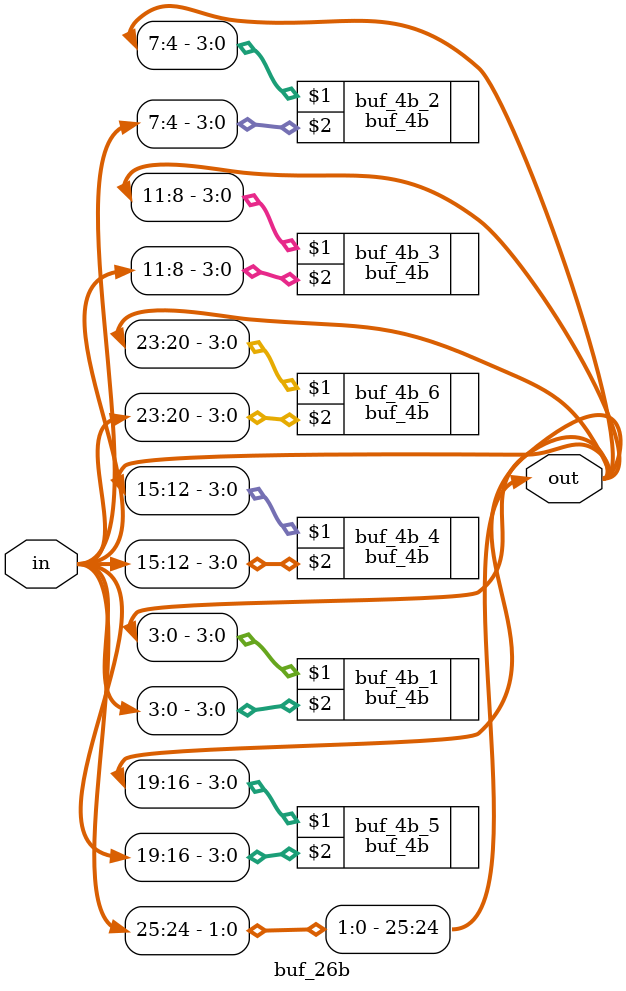
<source format=v>
module buf_26b(  output wire [31:0] out, input wire [31:0] in );
        buf_4b buf_4b_1 (out[3:0], in[3:0]);
        buf_4b buf_4b_2 (out[7:4], in[7:4]);
        buf_4b buf_4b_3 (out[11:8], in[11:8]);
        buf_4b buf_4b_4 (out[15:12], in[15:12]);
        buf_4b buf_4b_5 (out[19:16], in[19:16]);
        buf_4b buf_4b_6 (out[23:20], in[23:20]);
        buf buf_1 (out[24], in[24]);
        buf buf_2 (out[25], in[25]);  
    
endmodule
</source>
